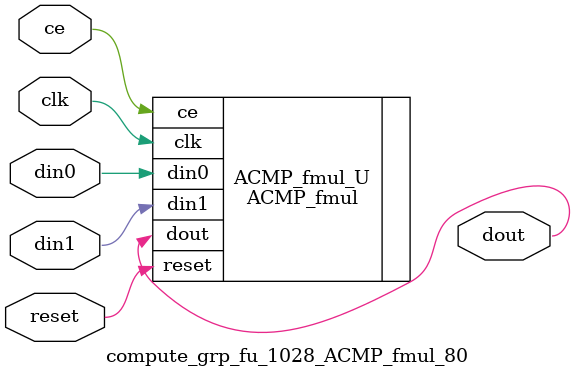
<source format=v>

`timescale 1 ns / 1 ps
module compute_grp_fu_1028_ACMP_fmul_80(
    clk,
    reset,
    ce,
    din0,
    din1,
    dout);

parameter ID = 32'd1;
parameter NUM_STAGE = 32'd1;
parameter din0_WIDTH = 32'd1;
parameter din1_WIDTH = 32'd1;
parameter dout_WIDTH = 32'd1;
input clk;
input reset;
input ce;
input[din0_WIDTH - 1:0] din0;
input[din1_WIDTH - 1:0] din1;
output[dout_WIDTH - 1:0] dout;



ACMP_fmul #(
.ID( ID ),
.NUM_STAGE( 4 ),
.din0_WIDTH( din0_WIDTH ),
.din1_WIDTH( din1_WIDTH ),
.dout_WIDTH( dout_WIDTH ))
ACMP_fmul_U(
    .clk( clk ),
    .reset( reset ),
    .ce( ce ),
    .din0( din0 ),
    .din1( din1 ),
    .dout( dout ));

endmodule

</source>
